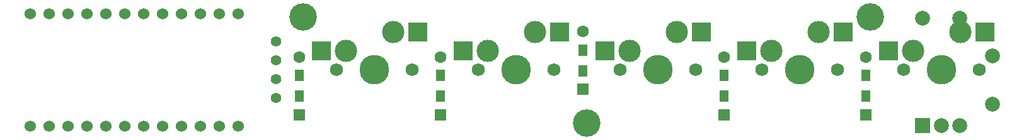
<source format=gbs>
%TF.GenerationSoftware,KiCad,Pcbnew,(5.99.0-12610-g07e01e6297)*%
%TF.CreationDate,2021-11-07T21:10:22+00:00*%
%TF.ProjectId,piccolo,70696363-6f6c-46f2-9e6b-696361645f70,rev?*%
%TF.SameCoordinates,Original*%
%TF.FileFunction,Soldermask,Bot*%
%TF.FilePolarity,Negative*%
%FSLAX46Y46*%
G04 Gerber Fmt 4.6, Leading zero omitted, Abs format (unit mm)*
G04 Created by KiCad (PCBNEW (5.99.0-12610-g07e01e6297)) date 2021-11-07 21:10:22*
%MOMM*%
%LPD*%
G01*
G04 APERTURE LIST*
%ADD10R,1.200000X1.600000*%
%ADD11R,1.600000X1.600000*%
%ADD12C,1.600000*%
%ADD13C,1.750000*%
%ADD14C,3.987800*%
%ADD15C,3.000000*%
%ADD16R,2.550000X2.500000*%
%ADD17C,1.397000*%
%ADD18R,2.000000X2.000000*%
%ADD19C,2.000000*%
%ADD20C,3.700000*%
%ADD21C,1.524000*%
G04 APERTURE END LIST*
D10*
%TO.C,D1*%
X86776000Y-52750000D03*
D11*
X86776000Y-55250000D03*
D12*
X86776000Y-47450000D03*
D10*
X86776000Y-49950000D03*
%TD*%
%TO.C,D2*%
X105776000Y-52750000D03*
D11*
X105776000Y-55250000D03*
D12*
X105776000Y-47450000D03*
D10*
X105776000Y-49950000D03*
%TD*%
D11*
%TO.C,D3*%
X124876000Y-51811000D03*
D10*
X124876000Y-49311000D03*
D12*
X124876000Y-44011000D03*
D10*
X124876000Y-46511000D03*
%TD*%
D11*
%TO.C,D4*%
X143876000Y-55250000D03*
D10*
X143876000Y-52750000D03*
X143876000Y-49950000D03*
D12*
X143876000Y-47450000D03*
%TD*%
D10*
%TO.C,D5*%
X162876000Y-52750000D03*
D11*
X162876000Y-55250000D03*
D12*
X162876000Y-47450000D03*
D10*
X162876000Y-49950000D03*
%TD*%
D13*
%TO.C,MX1*%
X101917500Y-49212500D03*
X91757500Y-49212500D03*
D14*
X96837500Y-49212500D03*
D15*
X93027500Y-46672500D03*
X99377500Y-44132500D03*
D16*
X89752500Y-46672500D03*
X102679500Y-44132500D03*
%TD*%
D13*
%TO.C,MX2*%
X120967500Y-49212500D03*
D14*
X115887500Y-49212500D03*
D15*
X112077500Y-46672500D03*
D13*
X110807500Y-49212500D03*
D15*
X118427500Y-44132500D03*
D16*
X108802500Y-46672500D03*
X121729500Y-44132500D03*
%TD*%
D14*
%TO.C,MX3*%
X134937500Y-49212500D03*
D13*
X140017500Y-49212500D03*
D15*
X131127500Y-46672500D03*
D13*
X129857500Y-49212500D03*
D15*
X137477500Y-44132500D03*
D16*
X127852500Y-46672500D03*
X140779500Y-44132500D03*
%TD*%
D13*
%TO.C,MX4*%
X159067500Y-49212500D03*
D15*
X156527500Y-44132500D03*
D13*
X148907500Y-49212500D03*
D14*
X153987500Y-49212500D03*
D15*
X150177500Y-46672500D03*
D16*
X146902500Y-46672500D03*
X159829500Y-44132500D03*
%TD*%
D17*
%TO.C,OL1*%
X83693000Y-45339000D03*
X83693000Y-47879000D03*
X83693000Y-50419000D03*
X83693000Y-52959000D03*
%TD*%
D18*
%TO.C,ENC1*%
X170537500Y-56712500D03*
D19*
X175537500Y-56712500D03*
X173037500Y-56712500D03*
X175537500Y-42212500D03*
X170537500Y-42212500D03*
%TD*%
D15*
%TO.C,MX5*%
X175577500Y-44132500D03*
D14*
X173037500Y-49212500D03*
D15*
X169227500Y-46672500D03*
D13*
X178117500Y-49212500D03*
X167957500Y-49212500D03*
D16*
X165952500Y-46672500D03*
X178879500Y-44132500D03*
%TD*%
D20*
%TO.C,H1*%
X87312500Y-42068750D03*
%TD*%
%TO.C,H2*%
X125412500Y-56356250D03*
%TD*%
%TO.C,H3*%
X163512500Y-42068750D03*
%TD*%
D21*
%TO.C,U1*%
X50609500Y-56823900D03*
X53149500Y-56823900D03*
X55689500Y-56823900D03*
X58229500Y-56823900D03*
X60769500Y-56823900D03*
X63309500Y-56823900D03*
X65849500Y-56823900D03*
X68389500Y-56823900D03*
X70929500Y-56823900D03*
X73469500Y-56823900D03*
X76009500Y-56823900D03*
X78549500Y-56823900D03*
X78549500Y-41603900D03*
X76009500Y-41603900D03*
X73469500Y-41603900D03*
X70929500Y-41603900D03*
X68389500Y-41603900D03*
X65849500Y-41603900D03*
X63309500Y-41603900D03*
X60769500Y-41603900D03*
X58229500Y-41603900D03*
X55689500Y-41603900D03*
X53149500Y-41603900D03*
X50609500Y-41603900D03*
%TD*%
D19*
%TO.C,RESET1*%
X179900000Y-53850000D03*
X179900000Y-47350000D03*
%TD*%
M02*

</source>
